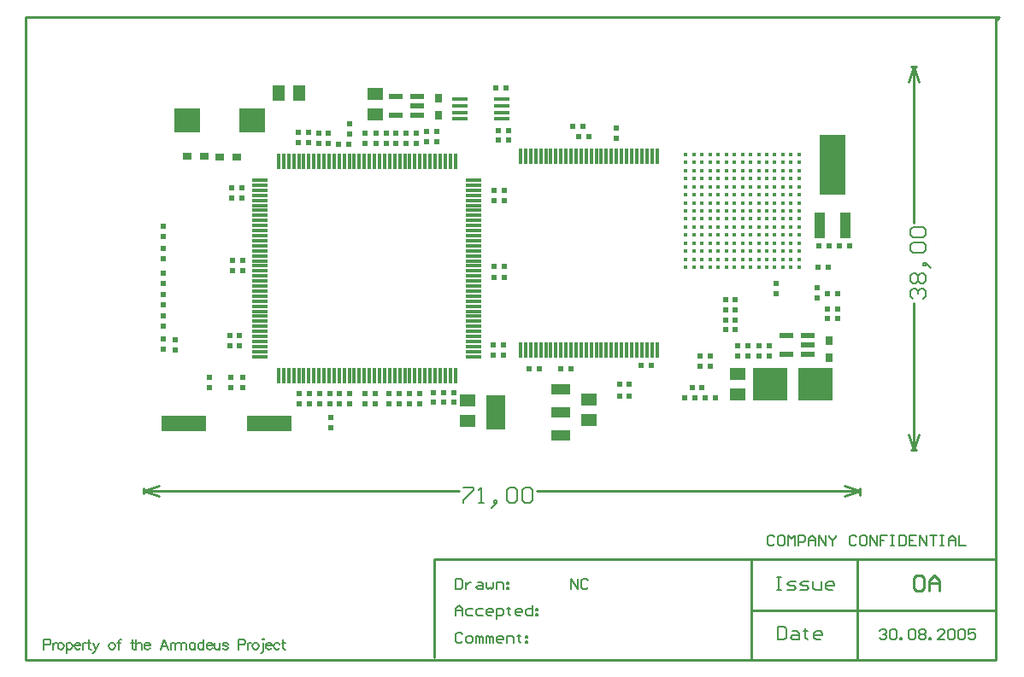
<source format=gtp>
%FSLAX42Y42*%
%MOMM*%
G71*
G01*
G75*
%ADD10C,0.45*%
%ADD11R,0.30X1.60*%
%ADD12R,0.60X0.50*%
%ADD13R,0.50X0.60*%
%ADD14R,1.20X1.50*%
%ADD15R,1.50X1.20*%
%ADD16R,0.80X0.90*%
%ADD17R,1.60X0.30*%
%ADD18R,1.95X3.40*%
%ADD19R,1.95X1.10*%
%ADD20R,1.45X0.55*%
%ADD21R,0.90X0.80*%
%ADD22R,2.60X2.40*%
%ADD23R,1.00X2.50*%
%ADD24R,2.50X6.00*%
%ADD25R,3.50X3.20*%
%ADD26R,4.50X1.50*%
%ADD27R,1.50X0.35*%
%ADD28C,0.15*%
%ADD29C,0.25*%
%ADD30C,0.15*%
%ADD31C,0.13*%
%ADD32C,0.18*%
%ADD33C,0.30*%
%ADD34C,0.40*%
%ADD35R,0.35X1.60*%
%ADD36C,0.80*%
%ADD37C,1.10*%
%ADD38O,0.35X1.60*%
%ADD39R,0.95X1.00*%
%ADD40R,1.15X0.35*%
%ADD41R,1.15X0.35*%
%ADD42R,1.65X0.30*%
%ADD43R,0.30X1.00*%
%ADD44O,0.30X1.00*%
%ADD45R,0.40X1.55*%
%ADD46R,0.40X2.20*%
%ADD47C,0.25*%
%ADD48C,0.20*%
%ADD49C,0.10*%
D10*
X7470Y4220D02*
D03*
X7550Y4300D02*
D03*
X7070Y4060D02*
D03*
X7310Y4380D02*
D03*
Y4300D02*
D03*
Y4220D02*
D03*
X7390Y4300D02*
D03*
X6830Y5180D02*
D03*
Y5100D02*
D03*
Y5020D02*
D03*
Y4940D02*
D03*
Y4860D02*
D03*
Y4780D02*
D03*
Y4700D02*
D03*
Y4620D02*
D03*
Y4540D02*
D03*
Y4460D02*
D03*
Y4380D02*
D03*
Y4300D02*
D03*
Y4220D02*
D03*
Y4140D02*
D03*
Y4060D02*
D03*
X6910Y5180D02*
D03*
Y5100D02*
D03*
Y5020D02*
D03*
Y4940D02*
D03*
Y4860D02*
D03*
Y4780D02*
D03*
Y4700D02*
D03*
Y4620D02*
D03*
Y4540D02*
D03*
Y4460D02*
D03*
Y4380D02*
D03*
Y4300D02*
D03*
Y4220D02*
D03*
Y4140D02*
D03*
Y4060D02*
D03*
X6990Y5180D02*
D03*
Y5100D02*
D03*
Y5020D02*
D03*
Y4940D02*
D03*
Y4860D02*
D03*
Y4780D02*
D03*
Y4700D02*
D03*
Y4620D02*
D03*
Y4540D02*
D03*
Y4460D02*
D03*
Y4380D02*
D03*
Y4300D02*
D03*
Y4220D02*
D03*
Y4140D02*
D03*
X6990Y4060D02*
D03*
X7070Y5180D02*
D03*
Y5100D02*
D03*
Y5020D02*
D03*
Y4940D02*
D03*
Y4860D02*
D03*
Y4780D02*
D03*
Y4700D02*
D03*
Y4620D02*
D03*
Y4540D02*
D03*
Y4460D02*
D03*
Y4380D02*
D03*
Y4300D02*
D03*
Y4220D02*
D03*
Y4140D02*
D03*
X7150Y5180D02*
D03*
Y5100D02*
D03*
Y5020D02*
D03*
Y4940D02*
D03*
Y4860D02*
D03*
Y4780D02*
D03*
Y4700D02*
D03*
Y4620D02*
D03*
Y4540D02*
D03*
Y4460D02*
D03*
Y4380D02*
D03*
Y4300D02*
D03*
Y4220D02*
D03*
Y4140D02*
D03*
Y4060D02*
D03*
X7230Y5180D02*
D03*
Y5100D02*
D03*
Y5020D02*
D03*
Y4940D02*
D03*
Y4860D02*
D03*
Y4780D02*
D03*
Y4700D02*
D03*
Y4620D02*
D03*
Y4540D02*
D03*
Y4460D02*
D03*
Y4380D02*
D03*
Y4300D02*
D03*
Y4220D02*
D03*
Y4140D02*
D03*
Y4060D02*
D03*
X7310Y5180D02*
D03*
Y5100D02*
D03*
Y5020D02*
D03*
Y4940D02*
D03*
Y4860D02*
D03*
Y4780D02*
D03*
Y4700D02*
D03*
Y4620D02*
D03*
Y4540D02*
D03*
Y4460D02*
D03*
Y4140D02*
D03*
Y4060D02*
D03*
X7390Y5180D02*
D03*
Y5100D02*
D03*
Y5020D02*
D03*
Y4940D02*
D03*
Y4860D02*
D03*
Y4780D02*
D03*
Y4700D02*
D03*
Y4620D02*
D03*
Y4540D02*
D03*
Y4460D02*
D03*
Y4380D02*
D03*
Y4220D02*
D03*
Y4140D02*
D03*
Y4060D02*
D03*
X7470Y5180D02*
D03*
Y5100D02*
D03*
Y5020D02*
D03*
Y4940D02*
D03*
Y4860D02*
D03*
Y4780D02*
D03*
Y4700D02*
D03*
Y4620D02*
D03*
Y4540D02*
D03*
Y4460D02*
D03*
Y4380D02*
D03*
Y4300D02*
D03*
Y4140D02*
D03*
Y4060D02*
D03*
X7550Y5180D02*
D03*
Y5100D02*
D03*
Y5020D02*
D03*
Y4940D02*
D03*
Y4860D02*
D03*
Y4780D02*
D03*
Y4700D02*
D03*
Y4620D02*
D03*
Y4540D02*
D03*
Y4460D02*
D03*
Y4380D02*
D03*
Y4220D02*
D03*
Y4140D02*
D03*
Y4060D02*
D03*
X7630Y5180D02*
D03*
Y5100D02*
D03*
Y5020D02*
D03*
Y4940D02*
D03*
Y4860D02*
D03*
Y4780D02*
D03*
Y4700D02*
D03*
Y4620D02*
D03*
Y4460D02*
D03*
Y4380D02*
D03*
Y4300D02*
D03*
Y4220D02*
D03*
Y4140D02*
D03*
Y4060D02*
D03*
X7710Y5180D02*
D03*
Y5100D02*
D03*
Y5020D02*
D03*
Y4940D02*
D03*
Y4860D02*
D03*
Y4780D02*
D03*
Y4700D02*
D03*
Y4620D02*
D03*
Y4540D02*
D03*
Y4460D02*
D03*
Y4380D02*
D03*
Y4300D02*
D03*
Y4220D02*
D03*
Y4140D02*
D03*
Y4060D02*
D03*
X7790Y5180D02*
D03*
Y5100D02*
D03*
Y5020D02*
D03*
Y4940D02*
D03*
Y4860D02*
D03*
Y4780D02*
D03*
Y4700D02*
D03*
Y4620D02*
D03*
Y4540D02*
D03*
Y4460D02*
D03*
Y4380D02*
D03*
Y4300D02*
D03*
Y4220D02*
D03*
Y4140D02*
D03*
Y4060D02*
D03*
X7870Y5180D02*
D03*
Y5100D02*
D03*
Y5020D02*
D03*
Y4940D02*
D03*
Y4860D02*
D03*
Y4780D02*
D03*
Y4700D02*
D03*
Y4540D02*
D03*
Y4460D02*
D03*
Y4380D02*
D03*
Y4300D02*
D03*
Y4220D02*
D03*
Y4140D02*
D03*
Y4060D02*
D03*
X7950Y5180D02*
D03*
Y5100D02*
D03*
Y5020D02*
D03*
Y4940D02*
D03*
Y4860D02*
D03*
Y4780D02*
D03*
Y4700D02*
D03*
Y4620D02*
D03*
Y4540D02*
D03*
Y4460D02*
D03*
Y4380D02*
D03*
Y4300D02*
D03*
Y4220D02*
D03*
Y4140D02*
D03*
Y4060D02*
D03*
X7630Y4540D02*
D03*
X7870Y4620D02*
D03*
D11*
X6493Y3240D02*
D03*
X3445Y5110D02*
D03*
X4545D02*
D03*
X4495D02*
D03*
X4445D02*
D03*
X4395D02*
D03*
X4345D02*
D03*
X4295D02*
D03*
X4245D02*
D03*
X4195D02*
D03*
X4145D02*
D03*
X4095D02*
D03*
X4045D02*
D03*
X3995D02*
D03*
X3945D02*
D03*
X3895D02*
D03*
X3845D02*
D03*
X3795D02*
D03*
X3745D02*
D03*
X3695D02*
D03*
X3645D02*
D03*
X3595D02*
D03*
X3545D02*
D03*
X3495D02*
D03*
X3395D02*
D03*
X3345D02*
D03*
X3295D02*
D03*
X3245D02*
D03*
X3195D02*
D03*
X3145D02*
D03*
X3095D02*
D03*
X3045D02*
D03*
X2995D02*
D03*
X2945D02*
D03*
X2895D02*
D03*
X2845D02*
D03*
X2795D02*
D03*
X4545Y2990D02*
D03*
X4495D02*
D03*
X4445D02*
D03*
X4395D02*
D03*
X4345D02*
D03*
X4295D02*
D03*
X4245D02*
D03*
X4195D02*
D03*
X4145D02*
D03*
X4095D02*
D03*
X4045D02*
D03*
X3995D02*
D03*
X3945D02*
D03*
X3895D02*
D03*
X3845D02*
D03*
X3795D02*
D03*
X3745D02*
D03*
X3695D02*
D03*
X3645D02*
D03*
X3595D02*
D03*
X3545D02*
D03*
X3495D02*
D03*
X3445D02*
D03*
X3395D02*
D03*
X3345D02*
D03*
X3295D02*
D03*
X3245D02*
D03*
X3195D02*
D03*
X3145D02*
D03*
X3095D02*
D03*
X3045D02*
D03*
X2995D02*
D03*
X2945D02*
D03*
X2895D02*
D03*
X2845D02*
D03*
X2795D02*
D03*
X5192Y3240D02*
D03*
X5242D02*
D03*
X5292D02*
D03*
X5342D02*
D03*
X5392D02*
D03*
X5442D02*
D03*
X5492D02*
D03*
X5542D02*
D03*
X5592D02*
D03*
X5642D02*
D03*
X5692D02*
D03*
X5742D02*
D03*
X5792D02*
D03*
X5842D02*
D03*
X5892D02*
D03*
X5942D02*
D03*
X5992D02*
D03*
X6042D02*
D03*
X6092D02*
D03*
X6142D02*
D03*
X6192D02*
D03*
X6242D02*
D03*
X6292D02*
D03*
X6342D02*
D03*
X6392D02*
D03*
X6443D02*
D03*
X6543D02*
D03*
X5192Y5160D02*
D03*
X5242D02*
D03*
X5292D02*
D03*
X5342D02*
D03*
X5392D02*
D03*
X5442D02*
D03*
X5492D02*
D03*
X5542D02*
D03*
X5592D02*
D03*
X5642D02*
D03*
X5692D02*
D03*
X5742D02*
D03*
X5792D02*
D03*
X5842D02*
D03*
X5892D02*
D03*
X5942D02*
D03*
X5992D02*
D03*
X6042D02*
D03*
X6092D02*
D03*
X6142D02*
D03*
X6192D02*
D03*
X6242D02*
D03*
X6292D02*
D03*
X6342D02*
D03*
X6392D02*
D03*
X6443D02*
D03*
X6493D02*
D03*
X6543D02*
D03*
D12*
X1650Y3350D02*
D03*
Y3250D02*
D03*
Y4250D02*
D03*
Y4150D02*
D03*
Y4470D02*
D03*
Y4370D02*
D03*
X7550Y3280D02*
D03*
Y3180D02*
D03*
X7440Y3180D02*
D03*
Y3280D02*
D03*
X7320Y3640D02*
D03*
Y3740D02*
D03*
X7220Y3740D02*
D03*
Y3640D02*
D03*
X6970Y3180D02*
D03*
Y3080D02*
D03*
X7070Y3180D02*
D03*
Y3080D02*
D03*
X2110Y2970D02*
D03*
Y2870D02*
D03*
X1770Y3340D02*
D03*
Y3240D02*
D03*
X7660Y3280D02*
D03*
Y3180D02*
D03*
X7340Y3180D02*
D03*
Y3280D02*
D03*
X7720Y3800D02*
D03*
Y3900D02*
D03*
X8130Y3860D02*
D03*
Y3760D02*
D03*
X6140Y5340D02*
D03*
Y5440D02*
D03*
X3100Y2810D02*
D03*
Y2710D02*
D03*
X3000Y2810D02*
D03*
Y2710D02*
D03*
X3750Y2810D02*
D03*
Y2710D02*
D03*
X3650Y2810D02*
D03*
Y2710D02*
D03*
X4430Y2820D02*
D03*
Y2720D02*
D03*
X4330Y2820D02*
D03*
Y2720D02*
D03*
X4260Y5310D02*
D03*
Y5410D02*
D03*
X4360Y5310D02*
D03*
Y5410D02*
D03*
X3650Y5290D02*
D03*
Y5390D02*
D03*
X3760Y5290D02*
D03*
Y5390D02*
D03*
X2990Y5300D02*
D03*
Y5400D02*
D03*
X3090Y5300D02*
D03*
Y5400D02*
D03*
X4530Y2820D02*
D03*
Y2720D02*
D03*
X4060Y5290D02*
D03*
Y5390D02*
D03*
X4160Y5290D02*
D03*
Y5390D02*
D03*
X3190Y5290D02*
D03*
Y5390D02*
D03*
X3290Y5290D02*
D03*
Y5390D02*
D03*
X3300Y2810D02*
D03*
Y2710D02*
D03*
X3200Y2810D02*
D03*
Y2710D02*
D03*
X4190Y2810D02*
D03*
Y2710D02*
D03*
X4090Y2810D02*
D03*
Y2710D02*
D03*
X3860Y5290D02*
D03*
Y5390D02*
D03*
X3960Y5290D02*
D03*
Y5390D02*
D03*
X3500Y5380D02*
D03*
Y5480D02*
D03*
X3500Y2810D02*
D03*
Y2710D02*
D03*
X3400Y2810D02*
D03*
Y2710D02*
D03*
X3990Y2810D02*
D03*
Y2710D02*
D03*
X3890Y2810D02*
D03*
Y2710D02*
D03*
X1650Y4000D02*
D03*
Y3900D02*
D03*
Y3580D02*
D03*
Y3480D02*
D03*
Y3790D02*
D03*
Y3690D02*
D03*
X2320Y2970D02*
D03*
Y2870D02*
D03*
X3310Y2470D02*
D03*
Y2570D02*
D03*
X2440Y2970D02*
D03*
Y2870D02*
D03*
D13*
X7220Y3540D02*
D03*
X7320D02*
D03*
X6270Y2900D02*
D03*
Y2780D02*
D03*
X6920Y2770D02*
D03*
X6820D02*
D03*
X6990Y2870D02*
D03*
X6890D02*
D03*
X7120Y2770D02*
D03*
X8230Y3550D02*
D03*
X8330D02*
D03*
X8230Y3650D02*
D03*
X8330D02*
D03*
X8230Y3800D02*
D03*
X8330D02*
D03*
X8450Y4270D02*
D03*
X8350D02*
D03*
X8150D02*
D03*
X8250D02*
D03*
X7020Y2770D02*
D03*
X5590Y3050D02*
D03*
X5690D02*
D03*
X8240Y4060D02*
D03*
X8140D02*
D03*
X7220Y3440D02*
D03*
X7320D02*
D03*
X2410Y3280D02*
D03*
X2310D02*
D03*
X2410Y3380D02*
D03*
X2310D02*
D03*
X4920Y3290D02*
D03*
X5020D02*
D03*
X4920Y3190D02*
D03*
X5020D02*
D03*
X4930Y4070D02*
D03*
X5030D02*
D03*
X4930Y3960D02*
D03*
X5030D02*
D03*
X4930Y4820D02*
D03*
X5030D02*
D03*
X4930Y4720D02*
D03*
X5030D02*
D03*
X2430Y4750D02*
D03*
X2330D02*
D03*
X2430Y4850D02*
D03*
X2330D02*
D03*
X2440Y4030D02*
D03*
X2340D02*
D03*
X2440Y4130D02*
D03*
X2340D02*
D03*
X3390Y5280D02*
D03*
X3490D02*
D03*
X4950Y5840D02*
D03*
X5050D02*
D03*
X5070Y5320D02*
D03*
X4970D02*
D03*
X5070Y5420D02*
D03*
X4970D02*
D03*
X5380Y3050D02*
D03*
X5280D02*
D03*
X5870Y5360D02*
D03*
X5770D02*
D03*
X5810Y5460D02*
D03*
X5710D02*
D03*
X6390Y3090D02*
D03*
X6490D02*
D03*
X6170Y2780D02*
D03*
Y2900D02*
D03*
D14*
X2800Y5790D02*
D03*
X3000D02*
D03*
D15*
X7340Y3000D02*
D03*
Y2800D02*
D03*
X4670Y2740D02*
D03*
Y2540D02*
D03*
X5870Y2550D02*
D03*
Y2750D02*
D03*
X3750Y5780D02*
D03*
Y5580D02*
D03*
D16*
X8250Y3160D02*
D03*
Y3330D02*
D03*
X4380Y5740D02*
D03*
Y5570D02*
D03*
D17*
X4730Y4125D02*
D03*
Y4025D02*
D03*
Y3975D02*
D03*
Y3875D02*
D03*
Y3825D02*
D03*
Y3775D02*
D03*
Y3725D02*
D03*
Y3675D02*
D03*
Y3625D02*
D03*
Y3525D02*
D03*
Y3475D02*
D03*
Y3425D02*
D03*
Y3375D02*
D03*
Y3325D02*
D03*
Y3225D02*
D03*
Y3175D02*
D03*
Y3275D02*
D03*
Y3575D02*
D03*
Y3925D02*
D03*
Y4075D02*
D03*
Y4225D02*
D03*
Y4575D02*
D03*
Y4825D02*
D03*
X2610Y3175D02*
D03*
Y3225D02*
D03*
Y3275D02*
D03*
Y3325D02*
D03*
Y3375D02*
D03*
Y3425D02*
D03*
Y3475D02*
D03*
Y3525D02*
D03*
Y3575D02*
D03*
Y3625D02*
D03*
Y3675D02*
D03*
Y3725D02*
D03*
Y3775D02*
D03*
Y3825D02*
D03*
Y3875D02*
D03*
Y3925D02*
D03*
Y3975D02*
D03*
Y4025D02*
D03*
Y4075D02*
D03*
Y4125D02*
D03*
Y4175D02*
D03*
Y4225D02*
D03*
Y4275D02*
D03*
Y4325D02*
D03*
Y4375D02*
D03*
Y4425D02*
D03*
Y4475D02*
D03*
Y4525D02*
D03*
Y4575D02*
D03*
Y4625D02*
D03*
Y4675D02*
D03*
Y4725D02*
D03*
Y4775D02*
D03*
Y4825D02*
D03*
Y4875D02*
D03*
Y4925D02*
D03*
X4730Y4175D02*
D03*
Y4275D02*
D03*
Y4325D02*
D03*
Y4375D02*
D03*
Y4425D02*
D03*
Y4475D02*
D03*
Y4525D02*
D03*
Y4625D02*
D03*
Y4675D02*
D03*
Y4725D02*
D03*
Y4775D02*
D03*
Y4875D02*
D03*
Y4925D02*
D03*
D18*
X4950Y2620D02*
D03*
D19*
X5590Y2850D02*
D03*
Y2620D02*
D03*
Y2390D02*
D03*
D20*
X3953Y5565D02*
D03*
Y5755D02*
D03*
X4167D02*
D03*
Y5660D02*
D03*
Y5565D02*
D03*
X8038Y3195D02*
D03*
Y3290D02*
D03*
Y3385D02*
D03*
X7822D02*
D03*
Y3195D02*
D03*
D21*
X2380Y5150D02*
D03*
X2210D02*
D03*
X2060Y5160D02*
D03*
X1890D02*
D03*
D22*
X2530Y5520D02*
D03*
X1890D02*
D03*
D23*
X8153Y4480D02*
D03*
X8407D02*
D03*
D24*
X8280Y5080D02*
D03*
D25*
X7665Y2900D02*
D03*
X8115D02*
D03*
D26*
X1855Y2510D02*
D03*
X2705D02*
D03*
D27*
X5008Y5532D02*
D03*
Y5598D02*
D03*
Y5662D02*
D03*
X4592Y5532D02*
D03*
Y5598D02*
D03*
Y5662D02*
D03*
X5008Y5728D02*
D03*
X4592D02*
D03*
D29*
X9060Y6051D02*
X9115D01*
X9065Y2251D02*
X9110D01*
X9090Y4502D02*
Y6051D01*
Y2251D02*
Y3710D01*
X9039Y5898D02*
X9090Y6051D01*
X9141Y5898D01*
X9090Y2251D02*
X9141Y2403D01*
X9039D02*
X9090Y2251D01*
X1457Y1815D02*
Y1865D01*
X8557Y1800D02*
Y1865D01*
X1457Y1840D02*
X4583D01*
X5350D02*
X8557D01*
X1457D02*
X1610Y1789D01*
X1457Y1840D02*
X1610Y1891D01*
X8405D02*
X8557Y1840D01*
X8405Y1789D02*
X8557Y1840D01*
X8530Y170D02*
Y1170D01*
X7480Y660D02*
X9900D01*
X7480Y180D02*
Y1170D01*
X4340Y190D02*
Y1170D01*
X9900D01*
Y170D02*
Y6540D01*
Y6510D02*
X9930Y6540D01*
X290D02*
X9930D01*
X290Y170D02*
Y6540D01*
Y170D02*
X9900D01*
X9090Y977D02*
X9115Y1002D01*
X9166D01*
X9192Y977D01*
Y875D01*
X9166Y850D01*
X9115D01*
X9090Y875D01*
Y977D01*
X9242Y850D02*
Y952D01*
X9293Y1002D01*
X9344Y952D01*
Y850D01*
Y926D01*
X9242D01*
D30*
X9078Y3751D02*
X9053Y3776D01*
Y3827D01*
X9078Y3852D01*
X9104D01*
X9129Y3827D01*
Y3801D01*
Y3827D01*
X9155Y3852D01*
X9180D01*
X9205Y3827D01*
Y3776D01*
X9180Y3751D01*
X9078Y3903D02*
X9053Y3928D01*
Y3979D01*
X9078Y4005D01*
X9104D01*
X9129Y3979D01*
X9155Y4005D01*
X9180D01*
X9205Y3979D01*
Y3928D01*
X9180Y3903D01*
X9155D01*
X9129Y3928D01*
X9104Y3903D01*
X9078D01*
X9129Y3928D02*
Y3979D01*
X9231Y4081D02*
X9205Y4106D01*
X9180D01*
Y4081D01*
X9205D01*
Y4106D01*
X9231Y4081D01*
X9256Y4055D01*
X9078Y4208D02*
X9053Y4233D01*
Y4284D01*
X9078Y4309D01*
X9180D01*
X9205Y4284D01*
Y4233D01*
X9180Y4208D01*
X9078D01*
Y4360D02*
X9053Y4385D01*
Y4436D01*
X9078Y4462D01*
X9180D01*
X9205Y4436D01*
Y4385D01*
X9180Y4360D01*
X9078D01*
X4624Y1876D02*
X4725D01*
Y1850D01*
X4624Y1749D01*
Y1723D01*
X4776D02*
X4827D01*
X4802D01*
Y1876D01*
X4776Y1850D01*
X4928Y1698D02*
X4954Y1723D01*
Y1749D01*
X4928D01*
Y1723D01*
X4954D01*
X4928Y1698D01*
X4903Y1672D01*
X5055Y1850D02*
X5081Y1876D01*
X5132D01*
X5157Y1850D01*
Y1749D01*
X5132Y1723D01*
X5081D01*
X5055Y1749D01*
Y1850D01*
X5208D02*
X5233Y1876D01*
X5284D01*
X5309Y1850D01*
Y1749D01*
X5284Y1723D01*
X5233D01*
X5208Y1749D01*
Y1850D01*
D31*
X8750Y455D02*
X8767Y472D01*
X8801D01*
X8818Y455D01*
Y438D01*
X8801Y421D01*
X8784D01*
X8801D01*
X8818Y404D01*
Y387D01*
X8801Y370D01*
X8767D01*
X8750Y387D01*
X8852Y455D02*
X8868Y472D01*
X8902D01*
X8919Y455D01*
Y387D01*
X8902Y370D01*
X8868D01*
X8852Y387D01*
Y455D01*
X8953Y370D02*
Y387D01*
X8970D01*
Y370D01*
X8953D01*
X9038Y455D02*
X9055Y472D01*
X9089D01*
X9105Y455D01*
Y387D01*
X9089Y370D01*
X9055D01*
X9038Y387D01*
Y455D01*
X9139D02*
X9156Y472D01*
X9190D01*
X9207Y455D01*
Y438D01*
X9190Y421D01*
X9207Y404D01*
Y387D01*
X9190Y370D01*
X9156D01*
X9139Y387D01*
Y404D01*
X9156Y421D01*
X9139Y438D01*
Y455D01*
X9156Y421D02*
X9190D01*
X9241Y370D02*
Y387D01*
X9258D01*
Y370D01*
X9241D01*
X9393D02*
X9326D01*
X9393Y438D01*
Y455D01*
X9376Y472D01*
X9342D01*
X9326Y455D01*
X9427D02*
X9444Y472D01*
X9478D01*
X9495Y455D01*
Y387D01*
X9478Y370D01*
X9444D01*
X9427Y387D01*
Y455D01*
X9529D02*
X9546Y472D01*
X9579D01*
X9596Y455D01*
Y387D01*
X9579Y370D01*
X9546D01*
X9529Y387D01*
Y455D01*
X9698Y472D02*
X9630D01*
Y421D01*
X9664Y438D01*
X9681D01*
X9698Y421D01*
Y387D01*
X9681Y370D01*
X9647D01*
X9630Y387D01*
X5690Y870D02*
Y972D01*
X5758Y870D01*
Y972D01*
X5859Y955D02*
X5842Y972D01*
X5808D01*
X5792Y955D01*
Y887D01*
X5808Y870D01*
X5842D01*
X5859Y887D01*
X470Y318D02*
X514D01*
X528Y323D01*
X533Y328D01*
X538Y338D01*
Y352D01*
X533Y362D01*
X528Y367D01*
X514Y372D01*
X470D01*
Y270D01*
X560Y338D02*
Y270D01*
Y309D02*
X565Y323D01*
X575Y333D01*
X585Y338D01*
X599D01*
X633D02*
X623Y333D01*
X613Y323D01*
X608Y309D01*
Y299D01*
X613Y285D01*
X623Y275D01*
X633Y270D01*
X647D01*
X657Y275D01*
X666Y285D01*
X671Y299D01*
Y309D01*
X666Y323D01*
X657Y333D01*
X647Y338D01*
X633D01*
X693D02*
Y236D01*
Y323D02*
X703Y333D01*
X713Y338D01*
X727D01*
X737Y333D01*
X747Y323D01*
X752Y309D01*
Y299D01*
X747Y285D01*
X737Y275D01*
X727Y270D01*
X713D01*
X703Y275D01*
X693Y285D01*
X773Y309D02*
X831D01*
Y318D01*
X826Y328D01*
X822Y333D01*
X812Y338D01*
X797D01*
X788Y333D01*
X778Y323D01*
X773Y309D01*
Y299D01*
X778Y285D01*
X788Y275D01*
X797Y270D01*
X812D01*
X822Y275D01*
X831Y285D01*
X853Y338D02*
Y270D01*
Y309D02*
X858Y323D01*
X868Y333D01*
X877Y338D01*
X892D01*
X915Y372D02*
Y289D01*
X920Y275D01*
X930Y270D01*
X940D01*
X901Y338D02*
X935D01*
X959D02*
X988Y270D01*
X1017Y338D02*
X988Y270D01*
X978Y251D01*
X969Y241D01*
X959Y236D01*
X954D01*
X1138Y338D02*
X1128Y333D01*
X1119Y323D01*
X1114Y309D01*
Y299D01*
X1119Y285D01*
X1128Y275D01*
X1138Y270D01*
X1153D01*
X1162Y275D01*
X1172Y285D01*
X1177Y299D01*
Y309D01*
X1172Y323D01*
X1162Y333D01*
X1153Y338D01*
X1138D01*
X1238Y372D02*
X1228D01*
X1218Y367D01*
X1213Y352D01*
Y270D01*
X1199Y338D02*
X1233D01*
X1346Y372D02*
Y289D01*
X1351Y275D01*
X1361Y270D01*
X1371D01*
X1332Y338D02*
X1366D01*
X1385Y372D02*
Y270D01*
Y318D02*
X1400Y333D01*
X1409Y338D01*
X1424D01*
X1434Y333D01*
X1438Y318D01*
Y270D01*
X1465Y309D02*
X1523D01*
Y318D01*
X1518Y328D01*
X1513Y333D01*
X1504Y338D01*
X1489D01*
X1479Y333D01*
X1470Y323D01*
X1465Y309D01*
Y299D01*
X1470Y285D01*
X1479Y275D01*
X1489Y270D01*
X1504D01*
X1513Y275D01*
X1523Y285D01*
X1702Y270D02*
X1663Y372D01*
X1625Y270D01*
X1639Y304D02*
X1687D01*
X1726Y338D02*
Y270D01*
Y309D02*
X1731Y323D01*
X1740Y333D01*
X1750Y338D01*
X1764D01*
X1774D02*
Y270D01*
Y318D02*
X1788Y333D01*
X1798Y338D01*
X1812D01*
X1822Y333D01*
X1827Y318D01*
Y270D01*
Y318D02*
X1841Y333D01*
X1851Y338D01*
X1865D01*
X1875Y333D01*
X1880Y318D01*
Y270D01*
X1970Y338D02*
Y270D01*
Y323D02*
X1960Y333D01*
X1951Y338D01*
X1936D01*
X1926Y333D01*
X1917Y323D01*
X1912Y309D01*
Y299D01*
X1917Y285D01*
X1926Y275D01*
X1936Y270D01*
X1951D01*
X1960Y275D01*
X1970Y285D01*
X2055Y372D02*
Y270D01*
Y323D02*
X2045Y333D01*
X2036Y338D01*
X2021D01*
X2012Y333D01*
X2002Y323D01*
X1997Y309D01*
Y299D01*
X2002Y285D01*
X2012Y275D01*
X2021Y270D01*
X2036D01*
X2045Y275D01*
X2055Y285D01*
X2082Y309D02*
X2140D01*
Y318D01*
X2135Y328D01*
X2131Y333D01*
X2121Y338D01*
X2106D01*
X2097Y333D01*
X2087Y323D01*
X2082Y309D01*
Y299D01*
X2087Y285D01*
X2097Y275D01*
X2106Y270D01*
X2121D01*
X2131Y275D01*
X2140Y285D01*
X2162Y338D02*
Y289D01*
X2167Y275D01*
X2177Y270D01*
X2191D01*
X2201Y275D01*
X2215Y289D01*
Y338D02*
Y270D01*
X2295Y323D02*
X2290Y333D01*
X2276Y338D01*
X2261D01*
X2247Y333D01*
X2242Y323D01*
X2247Y314D01*
X2256Y309D01*
X2281Y304D01*
X2290Y299D01*
X2295Y289D01*
Y285D01*
X2290Y275D01*
X2276Y270D01*
X2261D01*
X2247Y275D01*
X2242Y285D01*
X2396Y318D02*
X2440D01*
X2454Y323D01*
X2459Y328D01*
X2464Y338D01*
Y352D01*
X2459Y362D01*
X2454Y367D01*
X2440Y372D01*
X2396D01*
Y270D01*
X2487Y338D02*
Y270D01*
Y309D02*
X2491Y323D01*
X2501Y333D01*
X2511Y338D01*
X2525D01*
X2559D02*
X2549Y333D01*
X2539Y323D01*
X2534Y309D01*
Y299D01*
X2539Y285D01*
X2549Y275D01*
X2559Y270D01*
X2573D01*
X2583Y275D01*
X2592Y285D01*
X2597Y299D01*
Y309D01*
X2592Y323D01*
X2583Y333D01*
X2573Y338D01*
X2559D01*
X2639Y372D02*
X2644Y367D01*
X2649Y372D01*
X2644Y376D01*
X2639Y372D01*
X2644Y338D02*
Y255D01*
X2639Y241D01*
X2629Y236D01*
X2620D01*
X2667Y309D02*
X2726D01*
Y318D01*
X2721Y328D01*
X2716Y333D01*
X2706Y338D01*
X2692D01*
X2682Y333D01*
X2672Y323D01*
X2667Y309D01*
Y299D01*
X2672Y285D01*
X2682Y275D01*
X2692Y270D01*
X2706D01*
X2716Y275D01*
X2726Y285D01*
X2805Y323D02*
X2796Y333D01*
X2786Y338D01*
X2771D01*
X2762Y333D01*
X2752Y323D01*
X2747Y309D01*
Y299D01*
X2752Y285D01*
X2762Y275D01*
X2771Y270D01*
X2786D01*
X2796Y275D01*
X2805Y285D01*
X2842Y372D02*
Y289D01*
X2846Y275D01*
X2856Y270D01*
X2866D01*
X2827Y338D02*
X2861D01*
X4550Y610D02*
Y678D01*
X4584Y712D01*
X4618Y678D01*
Y610D01*
Y661D01*
X4550D01*
X4719Y678D02*
X4668D01*
X4652Y661D01*
Y627D01*
X4668Y610D01*
X4719D01*
X4821Y678D02*
X4770D01*
X4753Y661D01*
Y627D01*
X4770Y610D01*
X4821D01*
X4905D02*
X4872D01*
X4855Y627D01*
Y661D01*
X4872Y678D01*
X4905D01*
X4922Y661D01*
Y644D01*
X4855D01*
X4956Y576D02*
Y678D01*
X5007D01*
X5024Y661D01*
Y627D01*
X5007Y610D01*
X4956D01*
X5075Y695D02*
Y678D01*
X5058D01*
X5092D01*
X5075D01*
Y627D01*
X5092Y610D01*
X5193D02*
X5159D01*
X5142Y627D01*
Y661D01*
X5159Y678D01*
X5193D01*
X5210Y661D01*
Y644D01*
X5142D01*
X5312Y712D02*
Y610D01*
X5261D01*
X5244Y627D01*
Y661D01*
X5261Y678D01*
X5312D01*
X5346D02*
X5363D01*
Y661D01*
X5346D01*
Y678D01*
Y627D02*
X5363D01*
Y610D01*
X5346D01*
Y627D01*
X4550Y972D02*
Y870D01*
X4601D01*
X4618Y887D01*
Y955D01*
X4601Y972D01*
X4550D01*
X4652Y938D02*
Y870D01*
Y904D01*
X4668Y921D01*
X4685Y938D01*
X4702D01*
X4770D02*
X4804D01*
X4821Y921D01*
Y870D01*
X4770D01*
X4753Y887D01*
X4770Y904D01*
X4821D01*
X4855Y938D02*
Y887D01*
X4872Y870D01*
X4889Y887D01*
X4905Y870D01*
X4922Y887D01*
Y938D01*
X4956Y870D02*
Y938D01*
X5007D01*
X5024Y921D01*
Y870D01*
X5058Y938D02*
X5075D01*
Y921D01*
X5058D01*
Y938D01*
Y887D02*
X5075D01*
Y870D01*
X5058D01*
Y887D01*
X4618Y425D02*
X4601Y442D01*
X4567D01*
X4550Y425D01*
Y357D01*
X4567Y340D01*
X4601D01*
X4618Y357D01*
X4668Y340D02*
X4702D01*
X4719Y357D01*
Y391D01*
X4702Y408D01*
X4668D01*
X4652Y391D01*
Y357D01*
X4668Y340D01*
X4753D02*
Y408D01*
X4770D01*
X4787Y391D01*
Y340D01*
Y391D01*
X4804Y408D01*
X4821Y391D01*
Y340D01*
X4855D02*
Y408D01*
X4872D01*
X4889Y391D01*
Y340D01*
Y391D01*
X4905Y408D01*
X4922Y391D01*
Y340D01*
X5007D02*
X4973D01*
X4956Y357D01*
Y391D01*
X4973Y408D01*
X5007D01*
X5024Y391D01*
Y374D01*
X4956D01*
X5058Y340D02*
Y408D01*
X5109D01*
X5126Y391D01*
Y340D01*
X5176Y425D02*
Y408D01*
X5159D01*
X5193D01*
X5176D01*
Y357D01*
X5193Y340D01*
X5244Y408D02*
X5261D01*
Y391D01*
X5244D01*
Y408D01*
Y357D02*
X5261D01*
Y340D01*
X5244D01*
Y357D01*
X7708Y1385D02*
X7691Y1402D01*
X7657D01*
X7640Y1385D01*
Y1317D01*
X7657Y1300D01*
X7691D01*
X7708Y1317D01*
X7792Y1402D02*
X7758D01*
X7742Y1385D01*
Y1317D01*
X7758Y1300D01*
X7792D01*
X7809Y1317D01*
Y1385D01*
X7792Y1402D01*
X7843Y1300D02*
Y1402D01*
X7877Y1368D01*
X7911Y1402D01*
Y1300D01*
X7945D02*
Y1402D01*
X7995D01*
X8012Y1385D01*
Y1351D01*
X7995Y1334D01*
X7945D01*
X8046Y1300D02*
Y1368D01*
X8080Y1402D01*
X8114Y1368D01*
Y1300D01*
Y1351D01*
X8046D01*
X8148Y1300D02*
Y1402D01*
X8216Y1300D01*
Y1402D01*
X8249D02*
Y1385D01*
X8283Y1351D01*
X8317Y1385D01*
Y1402D01*
X8283Y1351D02*
Y1300D01*
X8520Y1385D02*
X8503Y1402D01*
X8469D01*
X8453Y1385D01*
Y1317D01*
X8469Y1300D01*
X8503D01*
X8520Y1317D01*
X8605Y1402D02*
X8571D01*
X8554Y1385D01*
Y1317D01*
X8571Y1300D01*
X8605D01*
X8622Y1317D01*
Y1385D01*
X8605Y1402D01*
X8656Y1300D02*
Y1402D01*
X8723Y1300D01*
Y1402D01*
X8825D02*
X8757D01*
Y1351D01*
X8791D01*
X8757D01*
Y1300D01*
X8859Y1402D02*
X8893D01*
X8876D01*
Y1300D01*
X8859D01*
X8893D01*
X8943Y1402D02*
Y1300D01*
X8994D01*
X9011Y1317D01*
Y1385D01*
X8994Y1402D01*
X8943D01*
X9113D02*
X9045D01*
Y1300D01*
X9113D01*
X9045Y1351D02*
X9079D01*
X9147Y1300D02*
Y1402D01*
X9214Y1300D01*
Y1402D01*
X9248D02*
X9316D01*
X9282D01*
Y1300D01*
X9350Y1402D02*
X9384D01*
X9367D01*
Y1300D01*
X9350D01*
X9384D01*
X9434D02*
Y1368D01*
X9468Y1402D01*
X9502Y1368D01*
Y1300D01*
Y1351D01*
X9434D01*
X9536Y1402D02*
Y1300D01*
X9604D01*
D32*
X7740Y497D02*
Y370D01*
X7803D01*
X7825Y391D01*
Y476D01*
X7803Y497D01*
X7740D01*
X7888Y455D02*
X7930D01*
X7952Y433D01*
Y370D01*
X7888D01*
X7867Y391D01*
X7888Y412D01*
X7952D01*
X8015Y476D02*
Y455D01*
X7994D01*
X8036D01*
X8015D01*
Y391D01*
X8036Y370D01*
X8163D02*
X8121D01*
X8100Y391D01*
Y433D01*
X8121Y455D01*
X8163D01*
X8184Y433D01*
Y412D01*
X8100D01*
X7730Y987D02*
X7772D01*
X7751D01*
Y860D01*
X7730D01*
X7772D01*
X7836D02*
X7899D01*
X7920Y881D01*
X7899Y902D01*
X7857D01*
X7836Y923D01*
X7857Y945D01*
X7920D01*
X7963Y860D02*
X8026D01*
X8047Y881D01*
X8026Y902D01*
X7984D01*
X7963Y923D01*
X7984Y945D01*
X8047D01*
X8090D02*
Y881D01*
X8111Y860D01*
X8174D01*
Y945D01*
X8280Y860D02*
X8238D01*
X8217Y881D01*
Y923D01*
X8238Y945D01*
X8280D01*
X8301Y923D01*
Y902D01*
X8217D01*
M02*

</source>
